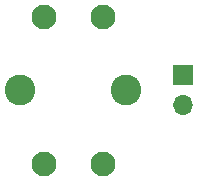
<source format=gbl>
%TF.GenerationSoftware,KiCad,Pcbnew,6.0.4-6f826c9f35~116~ubuntu20.04.1*%
%TF.CreationDate,2022-04-30T09:47:03-06:00*%
%TF.ProjectId,button-holder,62757474-6f6e-42d6-986f-6c6465722e6b,rev?*%
%TF.SameCoordinates,Original*%
%TF.FileFunction,Copper,L2,Bot*%
%TF.FilePolarity,Positive*%
%FSLAX46Y46*%
G04 Gerber Fmt 4.6, Leading zero omitted, Abs format (unit mm)*
G04 Created by KiCad (PCBNEW 6.0.4-6f826c9f35~116~ubuntu20.04.1) date 2022-04-30 09:47:03*
%MOMM*%
%LPD*%
G01*
G04 APERTURE LIST*
%TA.AperFunction,ComponentPad*%
%ADD10C,2.100000*%
%TD*%
%TA.AperFunction,ComponentPad*%
%ADD11C,2.600000*%
%TD*%
%TA.AperFunction,ComponentPad*%
%ADD12R,1.700000X1.700000*%
%TD*%
%TA.AperFunction,ComponentPad*%
%ADD13O,1.700000X1.700000*%
%TD*%
G04 APERTURE END LIST*
D10*
%TO.P,SW1,1,A*%
%TO.N,Net-(J1-Pad1)*%
X91900000Y-48750000D03*
X96900000Y-48750000D03*
%TO.P,SW1,2,B*%
%TO.N,Net-(J1-Pad2)*%
X96900000Y-61250000D03*
X91900000Y-61250000D03*
D11*
%TO.P,SW1,~*%
%TO.N,N/C*%
X98900000Y-55000000D03*
X89900000Y-55000000D03*
%TD*%
D12*
%TO.P,J1,1,Pin_1*%
%TO.N,Net-(J1-Pad1)*%
X103700000Y-53725000D03*
D13*
%TO.P,J1,2,Pin_2*%
%TO.N,Net-(J1-Pad2)*%
X103700000Y-56265000D03*
%TD*%
M02*

</source>
